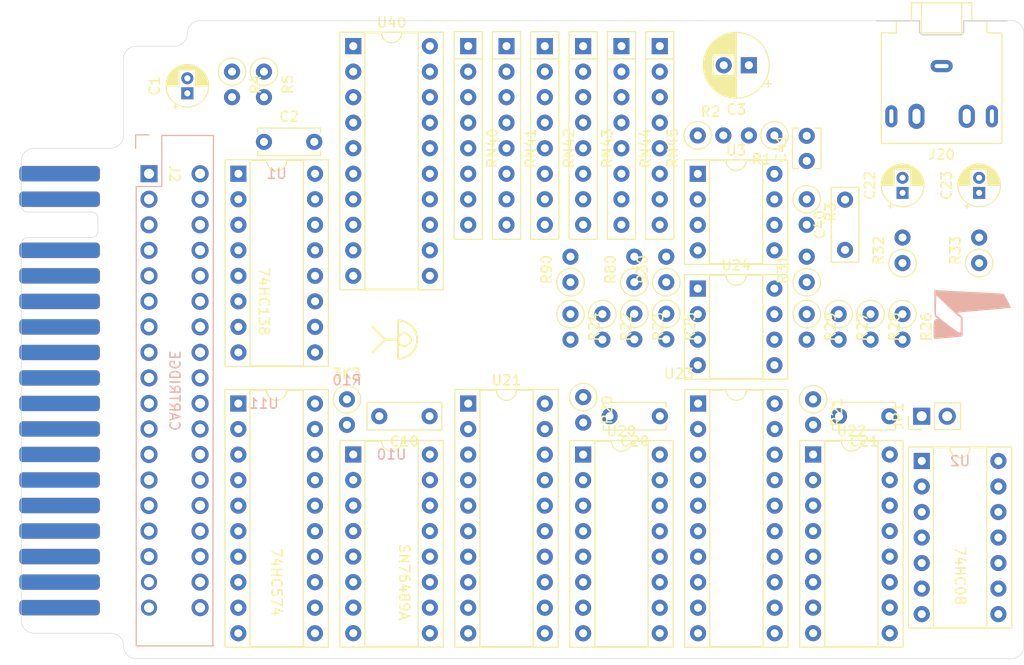
<source format=kicad_pcb>
(kicad_pcb (version 20240108) (generator "pcbnew") (generator_version "8.0")
  (layers (0 "F.Cu" signal) (31 "B.Cu" signal) (34 "B.Paste" user) (35 "F.Paste" user) (36 "B.SilkS" user "B.Silkscreen") (37 "F.SilkS" user "F.Silkscreen") (38 "B.Mask" user) (39 "F.Mask" user) (44 "Edge.Cuts" user))
  (net 0 "")
  (net 1 "/AUDIO")
  (net 2 "/VCLK")
  (net 3 "GND")
  (net 4 "/D2")
  (net 5 "/D1")
  (net 6 "/D0")
  (net 7 "/A0")
  (net 8 "/A1")
  (net 9 "/A2")
  (net 10 "/A3")
  (net 11 "/A4")
  (net 12 "/A5")
  (net 13 "/A6")
  (net 14 "/A7")
  (net 15 "/A12")
  (net 16 "/~{WE}")
  (net 17 "/~{RST}")
  (net 18 "/D3")
  (net 19 "/D4")
  (net 20 "/D5")
  (net 21 "/D6")
  (net 22 "/D7")
  (net 23 "/~{CS}")
  (net 24 "/A10")
  (net 25 "/~{OE}")
  (net 26 "/A11")
  (net 27 "/A9")
  (net 28 "/A8")
  (net 29 "/A13")
  (net 30 "/A14")
  (net 31 "+5V")
  (net 32 "/~{IOC}")
  (net 33 "/~{NMI}")
  (net 34 "/~{IRQ}")
  (net 35 "/MIX")
  (net 36 "/~{PSG}")
  (net 37 "/M_DC")
  (net 38 "/M_OUT")
  (net 39 "/L_OUT")
  (net 40 "/B4")
  (net 41 "/B3")
  (net 42 "/B2")
  (net 43 "/B1")
  (net 44 "/B7")
  (net 45 "/B0")
  (net 46 "/B6")
  (net 47 "/B5")
  (net 48 "/MX_VG")
  (net 49 "/L_DC")
  (net 50 "/R_OUT")
  (net 51 "/R_DC")
  (net 52 "/LEFT")
  (net 53 "/L_ATT")
  (net 54 "/R_ATT")
  (net 55 "/RIGHT")
  (net 56 "/BP_AC")
  (net 57 "/BPCM")
  (net 58 "/X7")
  (net 62 "/ST_5V")
  (net 63 "/BIAS")
  (net 64 "/MRDY")
  (net 65 "/LRDY")
  (net 66 "/RRDY")
  (net 67 "/L_VG")
  (net 68 "/L_MIX")
  (net 69 "/R_VG")
  (net 70 "/R_MIX")
  (net 71 "/X1")
  (net 72 "/X3")
  (net 73 "/P7")
  (net 74 "/X5")
  (net 75 "/P3")
  (net 76 "/P5")
  (net 77 "/P1")
  (net 78 "/P4")
  (net 79 "/X0")
  (net 80 "/P2")
  (net 81 "/X6")
  (net 82 "/X2")
  (net 83 "/X4")
  (net 84 "/P6")
  (net 85 "/P0")
  (net 86 "/~{L_PSG}")
  (net 87 "/A1·4")
  (net 88 "/~{PCM}")
  (net 93 "/~{R_PSG}")
  (net 94 "/~{LOE}")
  (net 95 "/~{MOE}")
  (net 96 "/~{ROE}")
  (net 98 "/BL1")
  (net 99 "/BL3")
  (net 100 "/BL0")
  (net 101 "/BL7")
  (net 103 "/BL5")
  (net 104 "/BL2")
  (net 105 "/BL4")
  (net 106 "/BL6")
  (net 107 "/BR3")
  (net 108 "/BR6")
  (net 110 "/BR4")
  (net 111 "/BR2")
  (net 112 "/BR7")
  (net 113 "/BR0")
  (net 114 "/BR5")
  (net 115 "/BR1")
  (footprint "Resistor_THT:R_Axial_DIN0207_L6.3mm_D2.5mm_P2.54mm_Vertical" (layer "F.Cu") (at 57.785 129.13 -90)
    (property "Reference" "R10" (at -1.905 0 0) (layer "B.SilkS") (effects (justify mirror)))
    (property "Value" "3K3" (at -2.54 0 0) (layer "F.SilkS"))
    (pad "1" thru_hole circle (at 0 0 270) (size 1.6 1.6) (drill 0.8) (layers "*.Cu" "*.Mask") (net 31 "+5V"))
    (pad "2" thru_hole oval (at 2.54 0 270) (size 1.6 1.6) (drill 0.8) (layers "*.Cu" "*.Mask") (net 64 "/MRDY"))
  )
  (footprint "Package_DIP:DIP-16_W7.62mm_Socket" (layer "F.Cu") (at 58.41 134.62)
    (property "Reference" "U10" (at 3.81 0 0) (layer "B.SilkS") (effects (justify mirror)))
    (property "Value" "SN76489A" (at 5.08 12.7 -90) (layer "F.SilkS"))
    (pad "1" thru_hole rect (at 0 0) (size 1.6 1.6) (drill 0.8) (layers "*.Cu" "*.Mask") (net 47 "/B5"))
    (pad "2" thru_hole oval (at 0 2.54) (size 1.6 1.6) (drill 0.8) (layers "*.Cu" "*.Mask") (net 46 "/B6"))
    (pad "3" thru_hole oval (at 0 5.08) (size 1.6 1.6) (drill 0.8) (layers "*.Cu" "*.Mask") (net 44 "/B7"))
    (pad "4" thru_hole oval (at 0 7.62) (size 1.6 1.6) (drill 0.8) (layers "*.Cu" "*.Mask") (net 64 "/MRDY"))
    (pad "5" thru_hole oval (at 0 10.16) (size 1.6 1.6) (drill 0.8) (layers "*.Cu" "*.Mask") (net 3 "GND"))
    (pad "6" thru_hole oval (at 0 12.7) (size 1.6 1.6) (drill 0.8) (layers "*.Cu" "*.Mask") (net 95 "/~{MOE}"))
    (pad "7" thru_hole oval (at 0 15.24) (size 1.6 1.6) (drill 0.8) (layers "*.Cu" "*.Mask") (net 37 "/M_DC"))
    (pad "8" thru_hole oval (at 0 17.78) (size 1.6 1.6) (drill 0.8) (layers "*.Cu" "*.Mask") (net 3 "GND"))
    (pad "9" thru_hole oval (at 7.62 17.78) (size 1.6 1.6) (drill 0.8) (layers "*.Cu" "*.Mask"))
    (pad "10" thru_hole oval (at 7.62 15.24) (size 1.6 1.6) (drill 0.8) (layers "*.Cu" "*.Mask") (net 45 "/B0"))
    (pad "11" thru_hole oval (at 7.62 12.7) (size 1.6 1.6) (drill 0.8) (layers "*.Cu" "*.Mask") (net 43 "/B1"))
    (pad "12" thru_hole oval (at 7.62 10.16) (size 1.6 1.6) (drill 0.8) (layers "*.Cu" "*.Mask") (net 42 "/B2"))
    (pad "13" thru_hole oval (at 7.62 7.62) (size 1.6 1.6) (drill 0.8) (layers "*.Cu" "*.Mask") (net 41 "/B3"))
    (pad "14" thru_hole oval (at 7.62 5.08) (size 1.6 1.6) (drill 0.8) (layers "*.Cu" "*.Mask") (net 2 "/VCLK"))
    (pad "15" thru_hole oval (at 7.62 2.54) (size 1.6 1.6) (drill 0.8) (layers "*.Cu" "*.Mask") (net 40 "/B4"))
    (pad "16" thru_hole oval (at 7.62 0) (size 1.6 1.6) (drill 0.8) (layers "*.Cu" "*.Mask") (net 31 "+5V"))
  )
  (footprint "Package_DIP:DIP-16_W7.62mm_Socket" (layer "F.Cu") (at 46.99 106.68)
    (property "Reference" "U1" (at 3.81 0 0) (layer "B.SilkS") (effects (justify mirror)))
    (property "Value" "74HC138" (at 2.54 12.7 -90) (layer "F.SilkS"))
    (pad "1" thru_hole rect (at 0 0) (size 1.6 1.6) (drill 0.8) (layers "*.Cu" "*.Mask") (net 9 "/A2"))
    (pad "2" thru_hole oval (at 0 2.54) (size 1.6 1.6) (drill 0.8) (layers "*.Cu" "*.Mask") (net 10 "/A3"))
    (pad "3" thru_hole oval (at 0 5.08) (size 1.6 1.6) (drill 0.8) (layers "*.Cu" "*.Mask") (net 12 "/A5"))
    (pad "4" thru_hole oval (at 0 7.62) (size 1.6 1.6) (drill 0.8) (layers "*.Cu" "*.Mask") (net 16 "/~{WE}"))
    (pad "5" thru_hole oval (at 0 10.16) (size 1.6 1.6) (drill 0.8) (layers "*.Cu" "*.Mask") (net 32 "/~{IOC}"))
    (pad "6" thru_hole oval (at 0 12.7) (size 1.6 1.6) (drill 0.8) (layers "*.Cu" "*.Mask") (net 87 "/A1·4"))
    (pad "7" thru_hole oval (at 0 15.24) (size 1.6 1.6) (drill 0.8) (layers "*.Cu" "*.Mask"))
    (pad "8" thru_hole oval (at 0 17.78) (size 1.6 1.6) (drill 0.8) (layers "*.Cu" "*.Mask") (net 3 "GND"))
    (pad "9" thru_hole oval (at 7.62 17.78) (size 1.6 1.6) (drill 0.8) (layers "*.Cu" "*.Mask"))
    (pad "10" thru_hole oval (at 7.62 15.24) (size 1.6 1.6) (drill 0.8) (layers "*.Cu" "*.Mask"))
    (pad "11" thru_hole oval (at 7.62 12.7) (size 1.6 1.6) (drill 0.8) (layers "*.Cu" "*.Mask"))
    (pad "12" thru_hole oval (at 7.62 10.16) (size 1.6 1.6) (drill 0.8) (layers "*.Cu" "*.Mask") (net 88 "/~{PCM}"))
    (pad "13" thru_hole oval (at 7.62 7.62) (size 1.6 1.6) (drill 0.8) (layers "*.Cu" "*.Mask") (net 36 "/~{PSG}"))
    (pad "14" thru_hole oval (at 7.62 5.08) (size 1.6 1.6) (drill 0.8) (layers "*.Cu" "*.Mask") (net 93 "/~{R_PSG}"))
    (pad "15" thru_hole oval (at 7.62 2.54) (size 1.6 1.6) (drill 0.8) (layers "*.Cu" "*.Mask") (net 86 "/~{L_PSG}"))
    (pad "16" thru_hole oval (at 7.62 0) (size 1.6 1.6) (drill 0.8) (layers "*.Cu" "*.Mask") (net 31 "+5V"))
  )
  (footprint "Package_DIP:DIP-14_W7.62mm_Socket" (layer "F.Cu") (at 114.945 135.265)
    (property "Reference" "U2" (at 3.81 0 0) (layer "B.SilkS") (effects (justify mirror)))
    (property "Value" "74HC08" (at 3.81 11.43 -90) (layer "F.SilkS"))
    (pad "1" thru_hole rect (at 0 0) (size 1.6 1.6) (drill 0.8) (layers "*.Cu" "*.Mask") (net 11 "/A4"))
    (pad "2" thru_hole oval (at 0 2.54) (size 1.6 1.6) (drill 0.8) (layers "*.Cu" "*.Mask") (net 8 "/A1"))
    (pad "3" thru_hole oval (at 0 5.08) (size 1.6 1.6) (drill 0.8) (layers "*.Cu" "*.Mask") (net 87 "/A1·4"))
    (pad "4" thru_hole oval (at 0 7.62) (size 1.6 1.6) (drill 0.8) (layers "*.Cu" "*.Mask") (net 36 "/~{PSG}"))
    (pad "5" thru_hole oval (at 0 10.16) (size 1.6 1.6) (drill 0.8) (layers "*.Cu" "*.Mask") (net 64 "/MRDY"))
    (pad "6" thru_hole oval (at 0 12.7) (size 1.6 1.6) (drill 0.8) (layers "*.Cu" "*.Mask") (net 95 "/~{MOE}"))
    (pad "7" thru_hole oval (at 0 15.24) (size 1.6 1.6) (drill 0.8) (layers "*.Cu" "*.Mask") (net 3 "GND"))
    (pad "8" thru_hole oval (at 7.62 15.24) (size 1.6 1.6) (drill 0.8) (layers "*.Cu" "*.Mask") (net 96 "/~{ROE}"))
    (pad "9" thru_hole oval (at 7.62 12.7) (size 1.6 1.6) (drill 0.8) (layers "*.Cu" "*.Mask") (net 93 "/~{R_PSG}"))
    (pad "10" thru_hole oval (at 7.62 10.16) (size 1.6 1.6) (drill 0.8) (layers "*.Cu" "*.Mask") (net 66 "/RRDY"))
    (pad "11" thru_hole oval (at 7.62 7.62) (size 1.6 1.6) (drill 0.8) (layers "*.Cu" "*.Mask") (net 94 "/~{LOE}"))
    (pad "12" thru_hole oval (at 7.62 5.08) (size 1.6 1.6) (drill 0.8) (layers "*.Cu" "*.Mask") (net 65 "/LRDY"))
    (pad "13" thru_hole oval (at 7.62 2.54) (size 1.6 1.6) (drill 0.8) (layers "*.Cu" "*.Mask") (net 86 "/~{L_PSG}"))
    (pad "14" thru_hole oval (at 7.62 0) (size 1.6 1.6) (drill 0.8) (layers "*.Cu" "*.Mask") (net 31 "+5V"))
  )
  (footprint "Package_DIP:DIP-20_W7.62mm_Socket" (layer "F.Cu") (at 46.98 129.55)
    (property "Reference" "U11" (at 2.54 0 0) (layer "B.SilkS") (effects (justify mirror)))
    (property "Value" "74HC574" (at 3.81 17.78 -90) (layer "F.SilkS"))
    (pad "1" thru_hole rect (at 0 0) (size 1.6 1.6) (drill 0.8) (layers "*.Cu" "*.Mask") (net 3 "GND"))
    (pad "2" thru_hole oval (at 0 2.54) (size 1.6 1.6) (drill 0.8) (layers "*.Cu" "*.Mask") (net 22 "/D7"))
    (pad "3" thru_hole oval (at 0 5.08) (size 1.6 1.6) (drill 0.8) (layers "*.Cu" "*.Mask") (net 21 "/D6"))
    (pad "4" thru_hole oval (at 0 7.62) (size 1.6 1.6) (drill 0.8) (layers "*.Cu" "*.Mask") (net 20 "/D5"))
    (pad "5" thru_hole oval (at 0 10.16) (size 1.6 1.6) (drill 0.8) (layers "*.Cu" "*.Mask") (net 19 "/D4"))
    (pad "6" thru_hole oval (at 0 12.7) (size 1.6 1.6) (drill 0.8) (layers "*.Cu" "*.Mask") (net 18 "/D3"))
    (pad "7" thru_hole oval (at 0 15.24) (size 1.6 1.6) (drill 0.8) (layers "*.Cu" "*.Mask") (net 4 "/D2"))
    (pad "8" thru_hole oval (at 0 17.78) (size 1.6 1.6) (drill 0.8) (layers "*.Cu" "*.Mask") (net 5 "/D1"))
    (pad "9" thru_hole oval (at 0 20.32) (size 1.6 1.6) (drill 0.8) (layers "*.Cu" "*.Mask") (net 6 "/D0"))
    (pad "10" thru_hole oval (at 0 22.86) (size 1.6 1.6) (drill 0.8) (layers "*.Cu" "*.Mask") (net 3 "GND"))
    (pad "11" thru_hole oval (at 7.62 22.86) (size 1.6 1.6) (drill 0.8) (layers "*.Cu" "*.Mask") (net 36 "/~{PSG}"))
    (pad "12" thru_hole oval (at 7.62 20.32) (size 1.6 1.6) (drill 0.8) (layers "*.Cu" "*.Mask") (net 45 "/B0"))
    (pad "13" thru_hole oval (at 7.62 17.78) (size 1.6 1.6) (drill 0.8) (layers "*.Cu" "*.Mask") (net 43 "/B1"))
    (pad "14" thru_hole oval (at 7.62 15.24) (size 1.6 1.6) (drill 0.8) (layers "*.Cu" "*.Mask") (net 42 "/B2"))
    (pad "15" thru_hole oval (at 7.62 12.7) (size 1.6 1.6) (drill 0.8) (layers "*.Cu" "*.Mask") (net 41 "/B3"))
    (pad "16" thru_hole oval (at 7.62 10.16) (size 1.6 1.6) (drill 0.8) (layers "*.Cu" "*.Mask") (net 40 "/B4"))
    (pad "17" thru_hole oval (at 7.62 7.62) (size 1.6 1.6) (drill 0.8) (layers "*.Cu" "*.Mask") (net 47 "/B5"))
    (pad "18" thru_hole oval (at 7.62 5.08) (size 1.6 1.6) (drill 0.8) (layers "*.Cu" "*.Mask") (net 46 "/B6"))
    (pad "19" thru_hole oval (at 7.62 2.54) (size 1.6 1.6) (drill 0.8) (layers "*.Cu" "*.Mask") (net 44 "/B7"))
    (pad "20" thru_hole oval (at 7.62 0) (size 1.6 1.6) (drill 0.8) (layers "*.Cu" "*.Mask") (net 31 "+5V"))
  )
  (footprint "Resistor_THT:R_Axial_DIN0207_L6.3mm_D2.5mm_P2.54mm_Vertical" (layer "F.Cu") (at 100.29 102.87 180)
    (property "Reference" "R1" (at 1.27 -2.37 0) (layer "F.SilkS"))
    (property "Value" "6K8")
    (pad "1" thru_hole circle (at 0 0 180) (size 1.6 1.6) (drill 0.8) (layers "*.Cu" "*.Mask") (net 31 "+5V"))
    (pad "2" thru_hole oval (at 2.54 0 180) (size 1.6 1.6) (drill 0.8) (layers "*.Cu" "*.Mask") (net 63 "/BIAS"))
  )
  (footprint "Resistor_THT:R_Axial_DIN0207_L6.3mm_D2.5mm_P2.54mm_Vertical" (layer "F.Cu") (at 103.505 109.22 -90)
    (property "Reference" "R3" (at 1.27 -2.37 90) (layer "F.SilkS"))
    (property "Value" "100K")
    (pad "1" thru_hole circle (at 0 0 270) (size 1.6 1.6) (drill 0.8) (layers "*.Cu" "*.Mask") (net 35 "/MIX"))
    (pad "2" thru_hole oval (at 2.54 0 270) (size 1.6 1.6) (drill 0.8) (layers "*.Cu" "*.Mask") (net 48 "/MX_VG"))
  )
  (footprint "Package_DIP:DIP-20_W7.62mm_Socket" (layer "F.Cu") (at 69.84 129.55)
    (property "Reference" "U21" (at 3.81 -2.33 0) (layer "F.SilkS"))
    (property "Value" "74HC574")
    (pad "1" thru_hole rect (at 0 0) (size 1.6 1.6) (drill 0.8) (layers "*.Cu" "*.Mask") (net 3 "GND"))
    (pad "2" thru_hole oval (at 0 2.54) (size 1.6 1.6) (drill 0.8) (layers "*.Cu" "*.Mask") (net 22 "/D7"))
    (pad "3" thru_hole oval (at 0 5.08) (size 1.6 1.6) (drill 0.8) (layers "*.Cu" "*.Mask") (net 21 "/D6"))
    (pad "4" thru_hole oval (at 0 7.62) (size 1.6 1.6) (drill 0.8) (layers "*.Cu" "*.Mask") (net 20 "/D5"))
    (pad "5" thru_hole oval (at 0 10.16) (size 1.6 1.6) (drill 0.8) (layers "*.Cu" "*.Mask") (net 19 "/D4"))
    (pad "6" thru_hole oval (at 0 12.7) (size 1.6 1.6) (drill 0.8) (layers "*.Cu" "*.Mask") (net 18 "/D3"))
    (pad "7" thru_hole oval (at 0 15.24) (size 1.6 1.6) (drill 0.8) (layers "*.Cu" "*.Mask") (net 4 "/D2"))
    (pad "8" thru_hole oval (at 0 17.78) (size 1.6 1.6) (drill 0.8) (layers "*.Cu" "*.Mask") (net 5 "/D1"))
    (pad "9" thru_hole oval (at 0 20.32) (size 1.6 1.6) (drill 0.8) (layers "*.Cu" "*.Mask") (net 6 "/D0"))
    (pad "10" thru_hole oval (at 0 22.86) (size 1.6 1.6) (drill 0.8) (layers "*.Cu" "*.Mask") (net 3 "GND"))
    (pad "11" thru_hole oval (at 7.62 22.86) (size 1.6 1.6) (drill 0.8) (layers "*.Cu" "*.Mask") (net 86 "/~{L_PSG}"))
    (pad "12" thru_hole oval (at 7.62 20.32) (size 1.6 1.6) (drill 0.8) (layers "*.Cu" "*.Mask") (net 100 "/BL0"))
    (pad "13" thru_hole oval (at 7.62 17.78) (size 1.6 1.6) (drill 0.8) (layers "*.Cu" "*.Mask") (net 98 "/BL1"))
    (pad "14" thru_hole oval (at 7.62 15.24) (size 1.6 1.6) (drill 0.8) (layers "*.Cu" "*.Mask") (net 104 "/BL2"))
    (pad "15" thru_hole oval (at 7.62 12.7) (size 1.6 1.6) (drill 0.8) (layers "*.Cu" "*.Mask") (net 99 "/BL3"))
    (pad "16" thru_hole oval (at 7.62 10.16) (size 1.6 1.6) (drill 0.8) (layers "*.Cu" "*.Mask") (net 105 "/BL4"))
    (pad "17" thru_hole oval (at 7.62 7.62) (size 1.6 1.6) (drill 0.8) (layers "*.Cu" "*.Mask") (net 103 "/BL5"))
    (pad "18" thru_hole oval (at 7.62 5.08) (size 1.6 1.6) (drill 0.8) (layers "*.Cu" "*.Mask") (net 106 "/BL6"))
    (pad "19" thru_hole oval (at 7.62 2.54) (size 1.6 1.6) (drill 0.8) (layers "*.Cu" "*.Mask") (net 101 "/BL7"))
    (pad "20" thru_hole oval (at 7.62 0) (size 1.6 1.6) (drill 0.8) (layers "*.Cu" "*.Mask") (net 62 "/ST_5V"))
  )
  (footprint "Resistor_THT:R_Array_SIP8" (layer "F.Cu") (at 73.65 93.98 -90)
    (property "Reference" "RN41" (at 10.16 -2.4 90) (layer "F.SilkS"))
    (property "Value" "3K3")
    (pad "1" thru_hole rect (at 0 0 270) (size 1.6 1.6) (drill 0.8) (layers "*.Cu" "*.Mask") (net 84 "/P6"))
    (pad "2" thru_hole oval (at 2.54 0 270) (size 1.6 1.6) (drill 0.8) (layers "*.Cu" "*.Mask") (net 81 "/X6"))
    (pad "3" thru_hole oval (at 5.08 0 270) (size 1.6 1.6) (drill 0.8) (layers "*.Cu" "*.Mask") (net 78 "/P4"))
    (pad "4" thru_hole oval (at 7.62 0 270) (size 1.6 1.6) (drill 0.8) (layers "*.Cu" "*.Mask") (net 83 "/X4"))
    (pad "5" thru_hole oval (at 10.16 0 270) (size 1.6 1.6) (drill 0.8) (layers "*.Cu" "*.Mask") (net 80 "/P2"))
    (pad "6" thru_hole oval (at 12.7 0 270) (size 1.6 1.6) (drill 0.8) (layers "*.Cu" "*.Mask") (net 82 "/X2"))
    (pad "7" thru_hole oval (at 15.24 0 270) (size 1.6 1.6) (drill 0.8) (layers "*.Cu" "*.Mask") (net 85 "/P0"))
    (pad "8" thru_hole oval (at 17.78 0 270) (size 1.6 1.6) (drill 0.8) (layers "*.Cu" "*.Mask") (net 79 "/X0"))
  )
  (footprint "Capacitor_THT:CP_Radial_D4.0mm_P1.50mm" (layer "F.Cu") (at 113.03 108.585 90)
    (property "Reference" "C22" (at 0.75 -3.25 90) (layer "F.SilkS"))
    (property "Value" "100µ")
    (pad "1" thru_hole rect (at 0 0 90) (size 1.2 1.2) (drill 0.6) (layers "*.Cu" "*.Mask") (net 53 "/L_ATT"))
    (pad "2" thru_hole circle (at 1.5 0 90) (size 1.2 1.2) (drill 0.6) (layers "*.Cu" "*.Mask") (net 52 "/LEFT"))
  )
  (footprint "Resistor_THT:R_Axial_DIN0207_L6.3mm_D2.5mm_P2.54mm_Vertical" (layer "F.Cu") (at 80.01 120.65 -90)
    (property "Reference" "R24" (at 1.27 -2.37 90) (layer "F.SilkS"))
    (property "Value" "100K")
    (pad "1" thru_hole circle (at 0 0 270) (size 1.6 1.6) (drill 0.8) (layers "*.Cu" "*.Mask") (net 38 "/M_OUT"))
    (pad "2" thru_hole oval (at 2.54 0 270) (size 1.6 1.6) (drill 0.8) (layers "*.Cu" "*.Mask") (net 67 "/L_VG"))
  )
  (footprint "Capacitor_THT:C_Rect_L7.2mm_W2.5mm_P5.00mm_FKS2_FKP2_MKS2_MKP2" (layer "F.Cu") (at 66 130.81 180)
    (property "Reference" "C10" (at 2.5 -2.5 0) (layer "F.SilkS"))
    (property "Value" "100n")
    (pad "1" thru_hole circle (at 0 0 180) (size 1.6 1.6) (drill 0.8) (layers "*.Cu" "*.Mask") (net 38 "/M_OUT"))
    (pad "2" thru_hole circle (at 5 0 180) (size 1.6 1.6) (drill 0.8) (layers "*.Cu" "*.Mask") (net 37 "/M_DC"))
  )
  (footprint "Resistor_THT:R_Axial_DIN0207_L6.3mm_D2.5mm_P2.54mm_Vertical" (layer "F.Cu") (at 103.505 117.475 90)
    (property "Reference" "R31" (at 1.27 -2.37 90) (layer "F.SilkS"))
    (property "Value" "100K")
    (pad "1" thru_hole circle (at 0 0 90) (size 1.6 1.6) (drill 0.8) (layers "*.Cu" "*.Mask") (net 70 "/R_MIX"))
    (pad "2" thru_hole oval (at 2.54 0 90) (size 1.6 1.6) (drill 0.8) (layers "*.Cu" "*.Mask") (net 48 "/MX_VG"))
  )
  (footprint "Resistor_THT:R_Array_SIP8" (layer "F.Cu") (at 88.89 93.98 -90)
    (property "Reference" "RN45" (at 10.15 -1.28 -90) (layer "F.SilkS"))
    (property "Value" "3K3")
    (pad "1" thru_hole rect (at 0 0 270) (size 1.6 1.6) (drill 0.8) (layers "*.Cu" "*.Mask") (net 81 "/X6"))
    (pad "2" thru_hole oval (at 2.54 0 270) (size 1.6 1.6) (drill 0.8) (layers "*.Cu" "*.Mask") (net 74 "/X5"))
    (pad "3" thru_hole oval (at 5.08 0 270) (size 1.6 1.6) (drill 0.8) (layers "*.Cu" "*.Mask") (net 83 "/X4"))
    (pad "4" thru_hole oval (at 7.62 0 270) (size 1.6 1.6) (drill 0.8) (layers "*.Cu" "*.Mask") (net 72 "/X3"))
    (pad "5" thru_hole oval (at 10.16 0 270) (size 1.6 1.6) (drill 0.8) (layers "*.Cu" "*.Mask") (net 82 "/X2"))
    (pad "6" thru_hole oval (at 12.7 0 270) (size 1.6 1.6) (drill 0.8) (layers "*.Cu" "*.Mask") (net 71 "/X1"))
    (pad "7" thru_hole oval (at 15.24 0 270) (size 1.6 1.6) (drill 0.8) (layers "*.Cu" "*.Mask") (net 58 "/X7"))
    (pad "8" thru_hole oval (at 17.78 0 270) (size 1.6 1.6) (drill 0.8) (layers "*.Cu" "*.Mask") (net 3 "GND"))
  )
  (footprint "Package_DIP:DIP-20_W7.62mm_Socket" (layer "F.Cu") (at 92.7 129.55)
    (property "Reference" "U23" (at -1.905 -2.965 0) (layer "F.SilkS"))
    (property "Value" "74HC574")
    (pad "1" thru_hole rect (at 0 0) (size 1.6 1.6) (drill 0.8) (layers "*.Cu" "*.Mask") (net 3 "GND"))
    (pad "2" thru_hole oval (at 0 2.54) (size 1.6 1.6) (drill 0.8) (layers "*.Cu" "*.Mask") (net 22 "/D7"))
    (pad "3" thru_hole oval (at 0 5.08) (size 1.6 1.6) (drill 0.8) (layers "*.Cu" "*.Mask") (net 21 "/D6"))
    (pad "4" thru_hole oval (at 0 7.62) (size 1.6 1.6) (drill 0.8) (layers "*.Cu" "*.Mask") (net 20 "/D5"))
    (pad "5" thru_hole oval (at 0 10.16) (size 1.6 1.6) (drill 0.8) (layers "*.Cu" "*.Mask") (net 19 "/D4"))
    (pad "6" thru_hole oval (at 0 12.7) (size 1.6 1.6) (drill 0.8) (layers "*.Cu" "*.Mask") (net 18 "/D3"))
    (pad "7" thru_hole oval (at 0 15.24) (size 1.6 1.6) (drill 0.8) (layers "*.Cu" "*.Mask") (net 4 "/D2"))
    (pad "8" thru_hole oval (at 0 17.78) (size 1.6 1.6) (drill 0.8) (layers "*.Cu" "*.Mask") (net 5 "/D1"))
    (pad "9" thru_hole oval (at 0 20.32) (size 1.6 1.6) (drill 0.8) (layers "*.Cu" "*.Mask") (net 6 "/D0"))
    (pad "10" thru_hole oval (at 0 22.86) (size 1.6 1.6) (drill 0.8) (layers "*.Cu" "*.Mask") (net 3 "GND"))
    (pad "11" thru_hole oval (at 7.62 22.86) (size 1.6 1.6) (drill 0.8) (layers "*.Cu" "*.Mask") (net 93 "/~{R_PSG}"))
    (pad "12" thru_hole oval (at 7.62 20.32) (size 1.6 1.6) (drill 0.8) (layers "*.Cu" "*.Mask") (net 113 "/BR0"))
    (pad "13" thru_hole oval (at 7.62 17.78) (size 1.6 1.6) (drill 0.8) (layers "*.Cu" "*.Mask") (net 115 "/BR1"))
    (pad "14" thru_hole oval (at 7.62 15.24) (size 1.6 1.6) (drill 0.8) (layers "*.Cu" "*.Mask") (net 111 "/BR2"))
    (pad "15" thru_hole oval (at 7.62 12.7) (size 1.6 1.6) (drill 0.8) (layers "*.Cu" "*.Mask") (net 107 "/BR3"))
    (pad "16" thru_hole oval (at 7.62 10.16) (size 1.6 1.6) (drill 0.8) (layers "*.Cu" "*.Mask") (net 110 "/BR4"))
    (pad "17" thru_hole oval (at 7.62 7.62) (size 1.6 1.6) (drill 0.8) (layers "*.Cu" "*.Mask") (net 114 "/BR5"))
    (pad "18" thru_hole oval (at 7.62 5.08) (size 1.6 1.6) (drill 0.8) (layers "*.Cu" "*.Mask") (net 108 "/BR6"))
    (pad "19" thru_hole oval (at 7.62 2.54) (size 1.6 1.6) (drill 0.8) (layers "*.Cu" "*.Mask") (net 112 "/BR7"))
    (pad "20" thru_hole oval (at 7.62 0) (size 1.6 1.6) (drill 0.8) (layers "*.Cu" "*.Mask") (net 62 "/ST_5V"))
  )
  (footprint "Resistor_THT:R_Axial_DIN0207_L6.3mm_D2.5mm_P2.54mm_Vertical" (layer "F.Cu") (at 86.36 120.621 -90)
    (property "Reference" "R23" (at 1.27 -2.37 90) (layer "F.SilkS"))
    (property "Value" "220K")
    (pad "1" thru_hole circle (at 0 0 270) (size 1.6 1.6) (drill 0.8) (layers "*.Cu" "*.Mask") (net 56 "/BP_AC"))
    (pad "2" thru_hole oval (at 2.54 0 270) (size 1.6 1.6) (drill 0.8) (layers "*.Cu" "*.Mask") (net 67 "/L_VG"))
  )
  (footprint "Package_DIP:DIP-8_W7.62mm_Socket" (layer "F.Cu") (at 92.67 118.11)
    (property "Reference" "U24" (at 3.81 -2.33 0) (layer "F.SilkS"))
    (property "Value" "LM358")
    (pad "1" thru_hole rect (at 0 0) (size 1.6 1.6) (drill 0.8) (layers "*.Cu" "*.Mask") (net 68 "/L_MIX"))
    (pad "2" thru_hole oval (at 0 2.54) (size 1.6 1.6) (drill 0.8) (layers "*.Cu" "*.Mask") (net 67 "/L_VG"))
    (pad "3" thru_hole oval (at 0 5.08) (size 1.6 1.6) (drill 0.8) (layers "*.Cu" "*.Mask") (net 63 "/BIAS"))
    (pad "4" thru_hole oval (at 0 7.62) (size 1.6 1.6) (drill 0.8) (layers "*.Cu" "*.Mask") (net 3 "GND"))
    (pad "5" thru_hole oval (at 7.62 7.62) (size 1.6 1.6) (drill 0.8) (layers "*.Cu" "*.Mask") (net 63 "/BIAS"))
    (pad "6" thru_hole oval (at 7.62 5.08) (size 1.6 1.6) (drill 0.8) (layers "*.Cu" "*.Mask") (net 69 "/R_VG"))
    (pad "7" thru_hole oval (at 7.62 2.54) (size 1.6 1.6) (drill 0.8) (layers "*.Cu" "*.Mask") (net 70 "/R_MIX"))
    (pad "8" thru_hole oval (at 7.62 0) (size 1.6 1.6) (drill 0.8) (layers "*.Cu" "*.Mask") (net 31 "+5V"))
  )
  (footprint "Connector_Audio:Jack_3.5mm_CUI_SJ1-3525N_Horizontal" (layer "F.Cu") (at 116.92 95.965 180)
    (property "Reference" "J20" (at 0 -8.8 0) (layer "F.SilkS"))
    (property "Value" "PHONES")
    (fp_line (start 2.2 4.5) (end 6.5 4.5) (stroke (width 0.12)) (layer "Edge.Cuts"))
    (fp_line (start 2.2 3.5) (end 2.2 4.5) (stroke (width 0.12)) (layer "Edge.Cuts"))
    (fp_line (start 1.8 3.1) (end -1.8 3.1) (stroke (width 0.12)) (layer "Edge.Cuts"))
    (fp_line (start -2.2 4.5) (end -6.5 4.5) (stroke (width 0.12)) (layer "Edge.Cuts"))
    (fp_line (start -2.2 3.5) (end -2.2 4.5) (stroke (width 0.12)) (layer "Edge.Cuts"))
    (fp_arc (start 1.8 3.1) (mid 2.082843 3.217157) (end 2.2 3.5) (stroke (width 0.12)) (layer "Edge.Cuts"))
    (fp_arc (start -2.2 3.5) (mid -2.082842 3.217158) (end -1.8 3.1) (stroke (width 0.12)) (layer "Edge.Cuts"))
    (pad "" np_thru_hole circle (at -5 0 180) (size 1.2 1.2) (drill 1.2) (layers "F&B.Cu" "*.Mask"))
    (pad "" np_thru_hole circle (at -5 2.5 180) (size 1.2 1.2) (drill 1.2) (layers "F&B.Cu" "*.Mask"))
    (pad "" np_thru_hole circle (at 0 -5 180) (size 1.2 1.2) (drill 1.2) (layers "F&B.Cu" "*.Mask"))
    (pad "" np_thru_hole circle (at 5 0 180) (size 1.2 1.2) (drill 1.2) (layers "F&B.Cu" "*.Mask"))
    (pad "" np_thru_hole circle (at 5 2.5 180) (size 1.2 1.2) (drill 1.2) (layers "F&B.Cu" "*.Mask"))
    (pad "R" thru_hole oval (at -5 -5 180) (size 1.2 2.2) (drill oval 0.4 1.4) (layers "*.Cu" "*.Mask") (net 55 "/RIGHT"))
    (pad "RN" thru_hole oval (at -2.5 -5 180) (size 1.6 2.3) (drill oval 0.8 1.5) (layers "*.Cu" "*.Mask") (net 55 "/RIGHT"))
    (pad "S" thru_hole oval (at 0 0 180) (size 2.2 1.2) (drill oval 1.4 0.4) (layers "*.Cu" "*.Mask") (net 3 "GND"))
    (pad "T" thru_hole oval (at 5 -5) (size 1.2 2.2) (drill oval 0.4 1.4) (layers "*.Cu" "*.Mask") (net 52 "/LEFT"))
    (pad "TN" thru_hole oval (at 2.5 -5) (size 1.6 2.5) (drill oval 0.8 1.5) (layers "*.Cu" "*.Mask") (net 52 "/LEFT"))
  )
  (footprint "Resistor_THT:R_Axial_DIN0207_L6.3mm_D2.5mm_P2.54mm_Vertical" (layer "F.Cu") (at 120.65 115.57 90)
    (property "Reference" "R33" (at 1.27 -2.37 90) (layer "F.SilkS"))
    (property "Value" "68")
    (pad "1" thru_hole circle (at 0 0 90) (size 1.6 1.6) (drill 0.8) (layers "*.Cu" "*.Mask") (net 70 "/R_MIX"))
    (pad "2" thru_hole oval (at 2.54 0 90) (size 1.6 1.6) (drill 0.8) (layers "*.Cu" "*.Mask") (net 54 "/R_ATT"))
  )
  (footprint "Resistor_THT:R_Array_SIP8" (layer "F.Cu") (at 81.27 93.98 -90)
    (property "Reference" "RN43" (at 10.16 -2.4 90) (layer "F.SilkS"))
    (property "Value" "3K3")
    (pad "1" thru_hole rect (at 0 0 270) (size 1.6 1.6) (drill 0.8) (layers "*.Cu" "*.Mask") (net 58 "/X7"))
    (pad "2" thru_hole oval (at 2.54 0 270) (size 1.6 1.6) (drill 0.8) (layers "*.Cu" "*.Mask") (net 81 "/X6"))
    (pad "3" thru_hole oval (at 5.08 0 270) (size 1.6 1.6) (drill 0.8) (layers "*.Cu" "*.Mask") (net 74 "/X5"))
    (pad "4" thru_hole oval (at 7.62 0 270) (size 1.6 1.6) (drill 0.8) (layers "*.Cu" "*.Mask") (net 83 "/X4"))
    (pad "5" thru_hole oval (at 10.16 0 270) (size 1.6 1.6) (drill 0.8) (layers "*.Cu" "*.Mask") (net 72 "/X3"))
    (pad "6" thru_hole oval (at 12.7 0 270) (size 1.6 1.6) (drill 0.8) (layers "*.Cu" "*.Mask") (net 82 "/X2"))
    (pad "7" thru_hole oval (at 15.24 0 270) (size 1.6 1.6) (drill 0.8) (layers "*.Cu" "*.Mask") (net 71 "/X1"))
    (pad "8" thru_hole oval (at 17.78 0 270) (size 1.6 1.6) (drill 0.8) (layers "*.Cu" "*.Mask") (net 79 "/X0"))
  )
  (footprint "Resistor_THT:R_Axial_DIN0207_L6.3mm_D2.5mm_P2.54mm_Vertical" (layer "F.Cu") (at 49.53 96.52 -90)
    (property "Reference" "R5" (at 1.27 -2.37 90) (layer "F.SilkS"))
    (property "Value" "3K3")
    (pad "1" thru_hole circle (at 0 0 270) (size 1.6 1.6) (drill 0.8) (layers "*.Cu" "*.Mask") (net 31 "+5V"))
    (pad "2" thru_hole oval (at 2.54 0 270) (size 1.6 1.6) (drill 0.8) (layers "*.Cu" "*.Mask") (net 1 "/AUDIO"))
  )
  (footprint "Resistor_THT:R_Array_SIP8" (layer "F.Cu") (at 69.84 93.98 -90)
    (property "Reference" "RN40" (at 10.16 -2.4 90) (layer "F.SilkS"))
    (property "Value" "3K3")
    (pad "1" thru_hole rect (at 0 0 270) (size 1.6 1.6) (drill 0.8) (layers "*.Cu" "*.Mask") (net 73 "/P7"))
    (pad "2" thru_hole oval (at 2.54 0 270) (size 1.6 1.6) (drill 0.8) (layers "*.Cu" "*.Mask") (net 58 "/X7"))
    (pad "3" thru_hole oval (at 5.08 0 270) (size 1.6 1.6) (drill 0.8) (layers "*.Cu" "*.Mask") (net 76 "/P5"))
    (pad "4" thru_hole oval (at 7.62 0 270) (size 1.6 1.6) (drill 0.8) (layers "*.Cu" "*.Mask") (net 74 "/X5"))
    (pad "5" thru_hole oval (at 10.16 0 270) (size 1.6 1.6) (drill 0.8) (layers "*.Cu" "*.Mask") (net 75 "/P3"))
    (pad "6" thru_hole oval (at 12.7 0 270) (size 1.6 1.6) (drill 0.8) (layers "*.Cu" "*.Mask") (net 72 "/X3"))
    (pad "7" thru_hole oval (at 15.24 0 270) (size 1.6 1.6) (drill 0.8) (layers "*.Cu" "*.Mask") (net 77 "/P1"))
    (pad "8" thru_hole oval (at 17.78 0 270) (size 1.6 1.6) (drill 0.8) (layers "*.Cu" "*.Mask") (net 71 "/X1"))
  )
  (footprint "Package_DIP:DIP-16_W7.62mm_Socket" (layer "F.Cu") (at 104.14 134.62)
    (property "Reference" "U22" (at 3.81 -2.33 0) (layer "F.SilkS"))
    (property "Value" "SN76489A")
    (pad "1" thru_hole rect (at 0 0) (size 1.6 1.6) (drill 0.8) (layers "*.Cu" "*.Mask") (net 114 "/BR5"))
    (pad "2" thru_hole oval (at 0 2.54) (size 1.6 1.6) (drill 0.8) (layers "*.Cu" "*.Mask") (net 108 "/BR6"))
    (pad "3" thru_hole oval (at 0 5.08) (size 1.6 1.6) (drill 0.8) (layers "*.Cu" "*.Mask") (net 112 "/BR7"))
    (pad "4" thru_hole oval (at 0 7.62) (size 1.6 1.6) (drill 0.8) (layers "*.Cu" "*.Mask") (net 66 "/RRDY"))
    (pad "5" thru_hole oval (at 0 10.16) (size 1.6 1.6) (drill 0.8) (layers "*.Cu" "*.Mask") (net 3 "GND"))
    (pad "6" thru_hole oval (at 0 12.7) (size 1.6 1.6) (drill 0.8) (layers "*.Cu" "*.Mask") (net 96 "/~{ROE}"))
    (pad "7" thru_hole oval (at 0 15.24) (size 1.6 1.6) (drill 0.8) (layers "*.Cu" "*.Mask") (net 51 "/R_DC"))
    (pad "8" thru_hole oval (at 0 17.78) (size 1.6 1.6) (drill 0.8) (layers "*.Cu" "*.Mask") (net 3 "GND"))
    (pad "9" thru_hole oval (at 7.62 17.78) (size 1.6 1.6) (drill 0.8) (layers "*.Cu" "*.Mask"))
    (pad "10" thru_hole oval (at 7.62 15.24) (size 1.6 1.6) (drill 0.8) (layers "*.Cu" "*.Mask") (net 113 "/BR0"))
    (pad "11" thru_hole oval (at 7.62 12.7) (size 1.6 1.6) (drill 0.8) (layers "*.Cu" "*.Mask") (net 115 "/BR1"))
    (pad "12" thru_hole oval (at 7.62 10.16) (size 1.6 1.6) (drill 0.8) (layers "*.Cu" "*.Mask") (net 111 "/BR2"))
    (pad "13" thru_hole oval (at 7.62 7.62) (size 1.6 1.6) (drill 0.8) (layers "*.Cu" "*.Mask") (net 107 "/BR3"))
    (pad "14" thru_hole oval (at 7.62 5.08) (size 1.6 1.6) (drill 0.8) (layers "*.Cu" "*.Mask") (net 2 "/VCLK"))
    (pad "15" thru_hole oval (at 7.62 2.54) (size 1.6 1.6) (drill 0.8) (layers "*.Cu" "*.Mask") (net 110 "/BR4"))
    (pad "16" thru_hole oval (at 7.62 0) (size 1.6 1.6) (drill 0.8) (layers "*.Cu" "*.Mask") (net 62 "/ST_5V"))
  )
  (footprint "Capacitor_THT:C_Disc_D6.0mm_W2.5mm_P5.00mm" (layer "F.Cu") (at 111.72 130.81 180)
    (property "Reference" "C21" (at 2.5 -2.5 0) (layer "F.SilkS"))
    (property "Value" "22n")
    (pad "1" thru_hole circle (at 0 0 180) (size 1.6 1.6) (drill 0.8) (layers "*.Cu" "*.Mask") (net 50 "/R_OUT"))
    (pad "2" thru_hole circle (at 5 0 180) (size 1.6 1.6) (drill 0.8) (layers "*.Cu" "*.Mask") (net 51 "/R_DC"))
  )
  (footprint "Resistor_THT:R_Axial_DIN0207_L6.3mm_D2.5mm_P2.54mm_Vertical" (layer "F.Cu") (at 92.67 102.87)
    (property "Reference" "R2" (at 1.27 -2.37 0) (layer "F.SilkS"))
    (property "Value" "3K3")
    (pad "1" thru_hole circle (at 0 0) (size 1.6 1.6) (drill 0.8) (layers "*.Cu" "*.Mask") (net 3 "GND"))
    (pad "2" thru_hole oval (at 2.54 0) (size 1.6 1.6) (drill 0.8) (layers "*.Cu" "*.Mask") (net 63 "/BIAS"))
  )
  (footprint "Capacitor_THT:C_Rect_L7.2mm_W2.5mm_P5.00mm_FKS2_FKP2_MKS2_MKP2" (layer "F.Cu") (at 107.315 114.26 90)
    (property "Reference" "C40" (at 2.5 -2.5 90) (layer "F.SilkS"))
    (property "Value" "100n")
    (pad "1" thru_hole circle (at 0 0 90) (size 1.6 1.6) (drill 0.8) (layers "*.Cu" "*.Mask") (net 56 "/BP_AC"))
    (pad "2" thru_hole circle (at 5 0 90) (size 1.6 1.6) (drill 0.8) (layers "*.Cu" "*.Mask") (net 57 "/BPCM"))
  )
  (footprint "Capacitor_THT:CP_Radial_D4.0mm_P1.50mm" (layer "F.Cu") (at 120.65 108.585 90)
    (property "Reference" "C23" (at 0.75 -3.25 90) (layer "F.SilkS"))
    (property "Value" "100µ")
    (pad "1" thru_hole rect (at 0 0 90) (size 1.2 1.2) (drill 0.6) (layers "*.Cu" "*.Mask") (net 54 "/R_ATT"))
    (pad "2" thru_hole circle (at 1.5 0 90) (size 1.2 1.2) (drill 0.6) (layers "*.Cu" "*.Mask") (net 55 "/RIGHT"))
  )
  (footprint "Resistor_THT:R_Axial_DIN0207_L6.3mm_D2.5mm_P2.54mm_Vertical" (layer "F.Cu") (at 113.03 115.57 90)
    (property "Reference" "R32" (at 1.27 -2.37 90) (layer "F.SilkS"))
    (property "Value" "68")
    (pad "1" thru_hole circle (at 0 0 90) (size 1.6 1.6) (drill 0.8) (layers "*.Cu" "*.Mask") (net 68 "/L_MIX"))
    (pad "2" thru_hole oval (at 2.54 0 90) (size 1.6 1.6) (drill 0.8) (layers "*.Cu" "*.Mask") (net 53 "/L_ATT"))
  )
  (footprint "Resistor_THT:R_Axial_DIN0207_L6.3mm_D2.5mm_P2.54mm_Vertical" (layer "F.Cu") (at 106.68 120.65 -90)
    (property "Reference" "R27" (at 1.27 -2.37 90) (layer "F.SilkS"))
    (property "Value" "220K")
    (pad "1" thru_hole circle (at 0 0 270) (size 1.6 1.6) (drill 0.8) (layers "*.Cu" "*.Mask") (net 56 "/BP_AC"))
    (pad "2" thru_hole oval (at 2.54 0 270) (size 1.6 1.6) (drill 0.8) (layers "*.Cu" "*.Mask") (net 69 "/R_VG"))
  )
  (footprint "Resistor_THT:R_Axial_DIN0207_L6.3mm_D2.5mm_P2.54mm_Vertical" (layer "F.Cu") (at 109.855 120.65 -90)
    (property "Reference" "R28" (at 1.27 -2.37 90) (layer "F.SilkS"))
    (property "Value" "100K")
    (pad "1" thru_hole circle (at 0 0 270) (size 1.6 1.6) (drill 0.8) (layers "*.Cu" "*.Mask") (net 50 "/R_OUT"))
    (pad "2" thru_hole oval (at 2.54 0 270) (size 1.6 1.6) (drill 0.8) (layers "*.Cu" "*.Mask") (net 69 "/R_VG"))
  )
  (footprint "Package_DIP:DIP-16_W7.62mm_Socket" (layer "F.Cu") (at 81.27 134.63)
    (property "Reference" "U20" (at 3.81 -2.33 0) (layer "F.SilkS"))
    (property "Value" "SN76489A")
    (pad "1" thru_hole rect (at 0 0) (size 1.6 1.6) (drill 0.8) (layers "*.Cu" "*.Mask") (net 103 "/BL5"))
    (pad "2" thru_hole oval (at 0 2.54) (size 1.6 1.6) (drill 0.8) (layers "*.Cu" "*.Mask") (net 106 "/BL6"))
    (pad "3" thru_hole oval (at 0 5.08) (size 1.6 1.6) (drill 0.8) (layers "*.Cu" "*.Mask") (net 101 "/BL7"))
    (pad "4" thru_hole oval (at 0 7.62) (size 1.6 1.6) (drill 0.8) (layers "*.Cu" "*.Mask") (net 65 "/LRDY"))
    (pad "5" thru_hole oval (at 0 10.16) (size 1.6 1.6) (drill 0.8) (layers "*.Cu" "*.Mask") (net 3 "GND"))
    (pad "6" thru_hole oval (at 0 12.7) (size 1.6 1.6) (drill 0.8) (layers "*.Cu" "*.Mask") (net 94 "/~{LOE}"))
    (pad "7" thru_hole oval (at 0 15.24) (size 1.6 1.6) (drill 0.8) (layers "*.Cu" "*.Mask") (net 49 "/L_DC"))
    (pad "8" thru_hole oval (at 0 17.78) (size 1.6 1.6) (drill 0.8) (layers "*.Cu" "*.Mask") (net 3 "GND"))
    (pad "9" thru_hole oval (at 7.62 17.78) (size 1.6 1.6) (drill 0.8) (layers "*.Cu" "*.Mask"))
    (pad "10" thru_hole oval (at 7.62 15.24) (size 1.6 1.6) (drill 0.8) (layers "*.Cu" "*.Mask") (net 100 "/BL0"))
    (pad "11" thru_hole oval (at 7.62 12.7) (size 1.6 1.6) (drill 0.8) (layers "*.Cu" "*.Mask") (net 98 "/BL1"))
    (pad "12" thru_hole oval (at 7.62 10.16) (size 1.6 1.6) (drill 0.8) (layers "*.Cu" "*.Mask") (net 104 "/BL2"))
    (pad "13" thru_hole oval (at 7.62 7.62) (size 1.6 1.6) (drill 0.8) (layers "*.Cu" "*.Mask") (net 99 "/BL3"))
    (pad "14" thru_hole oval (at 7.62 5.08) (size 1.6 1.6) (drill 0.8) (layers "*.Cu" "*.Mask") (net 2 "/VCLK"))
    (pad "15" thru_hole oval (at 7.62 2.54) (size 1.6 1.6) (drill 0.8) (layers "*.Cu" "*.Mask") (net 105 "/BL4"))
    (pad "16" thru_hole oval (at 7.62 0) (size 1.6 1.6) (drill 0.8) (layers "*.Cu" "*.Mask") (net 62 "/ST_5V"))
  )
  (footprint "Resistor_THT:R_Axial_DIN0207_L6.3mm_D2.5mm_P2.54mm_Vertical" (layer "F.Cu") (at 80.01 117.475 90)
    (property "Reference" "R90" (at 1.27 -2.37 90) (layer "F.SilkS"))
    (property "Value" "33K")
    (pad "1" thru_hole circle (at 0 0 90) (size 1.6 1.6) (drill 0.8) (layers "*.Cu" "*.Mask") (net 38 "/M_OUT"))
    (pad "2" thru_hole oval (at 2.54 0 90) (size 1.6 1.6) (drill 0.8) (layers "*.Cu" "*.Mask") (net 48 "/MX_VG"))
  )
  (footprint "Resistor_THT:R_Array_SIP8" (layer "F.Cu") (at 85.08 93.98 -90)
    (property "Reference" "RN44" (at 10.16 -2.4 90) (layer "F.SilkS"))
    (property "Value" "3K3")
    (pad "1" thru_hole rect (at 0 0 270) (size 1.6 1.6) (drill 0.8) (layers "*.Cu" "*.Mask") (net 81 "/X6"))
    (pad "2" thru_hole oval (at 2.54 0 270) (size 1.6 1.6) (drill 0.8) (layers "*.Cu" "*.Mask") (net 74 "/X5"))
    (pad "3" thru_hole oval (at 5.08 0 270) (size 1.6 1.6) (drill 0.8) (layers "*.Cu" "*.Mask") (net 83 "/X4"))
    (pad "4" thru_hole oval (at 7.62 0 270) (size 1.6 1.6) (drill 0.8) (layers "*.Cu" "*.Mask") (net 72 "/X3"))
    (pad "5" thru_hole oval (at 10.16 0 270) (size 1.6 1.6) (drill 0.8) (layers "*.Cu" "*.Mask") (net 82 "/X2"))
    (pad "6" thru_hole oval (at 12.7 0 270) (size 1.6 1.6) (drill 0.8) (layers "*.Cu" "*.Mask") (net 71 "/X1"))
    (pad "7" thru_hole oval (at 15.24 0 270) (size 1.6 1.6) (drill 0.8) (layers "*.Cu" "*.Mask") (net 79 "/X0"))
    (pad "8" thru_hole oval (at 17.78 0 270) (size 1.6 1.6) (drill 0.8) (layers "*.Cu" "*.Mask") (net 3 "GND"))
  )
  (footprint "Capacitor_THT:C_Disc_D6.0mm_W2.5mm_P5.00mm" (layer "F.Cu") (at 88.9 130.81 180)
    (property "Reference" "C20" (at 2.5 -2.5 0) (layer "F.SilkS"))
    (property "Value" "22n")
    (pad "1" thru_hole circle (at 0 0 180) (size 1.6 1.6) (drill 0.8) (layers "*.Cu" "*.Mask") (net 39 "/L_OUT"))
    (pad "2" thru_hole circle (at 5 0 180) (size 1.6 1.6) (drill 0.8) (layers "*.Cu" "*.Mask") (net 49 "/L_DC"))
  )
  (footprint "Resistor_THT:R_Axial_DIN0207_L6.3mm_D2.5mm_P2.54mm_Vertical" (layer "F.Cu") (at 46.355 96.52 -90)
    (property "Reference" "R4" (at 1.27 -2.37 90) (layer "F.SilkS"))
    (property "Value" "4K7")
    (pad "1" thru_hole circle (at 0 0 270) (size 1.6 1.6) (drill 0.8) (layers "*.Cu" "*.Mask") (net 3 "GND"))
    (pad "2" thru_hole oval (at 2.54 0 270) (size 1.6 1.6) (drill 0.8) (layers "*.Cu" "*.Mask") (net 1 "/AUDIO"))
  )
  (footprint "Package_DIP:DIP-8_W7.62mm_Socket" (layer "F.Cu") (at 92.67 106.69)
    (property "Reference" "U3" (at 3.81 -2.33 0) (layer "F.SilkS"))
    (property "Value" "LM358")
    (pad "1" thru_hole rect (at 0 0) (size 1.6 1.6) (drill 0.8) (layers "*.Cu" "*.Mask") (net 57 "/BPCM"))
    (pad "2" thru_hole oval (at 0 2.54) (size 1.6 1.6) (drill 0.8) (layers "*.Cu" "*.Mask") (net 57 "/BPCM"))
    (pad "3" thru_hole oval (at 0 5.08) (size 1.6 1.6) (drill 0.8) (layers "*.Cu" "*.Mask") (net 58 "/X7"))
    (pad "4" thru_hole oval (at 0 7.62) (size 1.6 1.6) (drill 0.8) (layers "*.Cu" "*.Mask") (net 3 "GND"))
    (pad "5" thru_hole oval (at 7.62 7.62) (size 1.6 1.6) (drill 0.8) (layers "*.Cu" "*.Mask") (net 63 "/BIAS"))
    (pad "6" thru_hole oval (at 7.62 5.08) (size 1.6 1.6) (drill 0.8) (layers "*.Cu" "*.Mask") (net 48 "/MX_VG"))
    (pad "7" thru_hole oval (at 7.62 2.54) (size 1.6 1.6) (drill 0.8) (layers "*.Cu" "*.Mask") (net 35 "/MIX"))
    (pad "8" thru_hole oval (at 7.62 0) (size 1.6 1.6) (drill 0.8) (layers "*.Cu" "*.Mask") (net 31 "+5V"))
  )
  (footprint "Resistor_THT:R_Axial_DIN0207_L6.3mm_D2.5mm_P2.54mm_Vertical" (layer "F.Cu") (at 113.03 120.65 -90)
    (property "Reference" "R26" (at 1.27 -2.37 90) (layer "F.SilkS"))
    (property "Value" "100K")
    (pad "1" thru_hole circle (at 0 0 270) (size 1.6 1.6) (drill 0.8) (layers "*.Cu" "*.Mask") (net 38 "/M_OUT"))
    (pad "2" thru_hole oval (at 2.54 0 270) (size 1.6 1.6) (drill 0.8) (layers "*.Cu" "*.Mask") (net 69 "/R_VG"))
  )
  (footprint "Resistor_THT:R_Axial_DIN0207_L6.3mm_D2.5mm_P2.54mm_Vertical" (layer "F.Cu") (at 86.36 117.475 90)
    (property "Reference" "R80" (at 1.27 -2.37 90) (layer "F.SilkS"))
    (property "Value" "100K")
    (pad "1" thru_hole circle (at 0 0 90) (size 1.6 1.6) (drill 0.8) (layers "*.Cu" "*.Mask") (net 56 "/BP_AC"))
    (pad "2" thru_hole oval (at 2.54 0 90) (size 1.6 1.6) (drill 0.8) (layers "*.Cu" "*.Mask") (net 48 "/MX_VG"))
  )
  (footprint "Resistor_THT:R_Axial_DIN0207_L6.3mm_D2.5mm_P2.54mm_Vertical" (layer "F.Cu") (at 83.185 120.65 -90)
    (property "Reference" "R22" (at 1.27 -2.37 90) (layer "F.SilkS"))
    (property "Value" "100K")
    (pad "1" thru_hole circle (at 0 0 270) (size 1.6 1.6) (drill 0.8) (layers "*.Cu" "*.Mask") (net 39 "/L_OUT"))
    (pad "2" thru_hole oval (at 2.54 0 270) (size 1.6 1.6) (drill 0.8) (layers "*.Cu" "*.Mask") (net 67 "/L_VG"))
  )
  (footprint "Resistor_THT:R_Axial_DIN0207_L6.3mm_D2.5mm_P2.54mm_Vertical" (layer "F.Cu") (at 104.14 129.13 -90)
    (property "Reference" "R21" (at 1.27 -2.37 90) (layer "F.SilkS"))
    (property "Value" "3K3")
    (pad "1" thru_hole circle (at 0 0 270) (size 1.6 1.6) (drill 0.8) (layers "*.Cu" "*.Mask") (net 31 "+5V"))
    (pad "2" thru_hole oval (at 2.54 0 270) (size 1.6 1.6) (drill 0.8) (layers "*.Cu" "*.Mask") (net 66 "/RRDY"))
  )
  (footprint "Resistor_THT:R_Axial_DIN0207_L6.3mm_D2.5mm_P2.54mm_Vertical" (layer "F.Cu") (at 89.535 120.621 -90)
    (property "Reference" "R25" (at 1.27 -2.37 90) (layer "F.SilkS"))
    (property "Value" "220K")
    (pad "1" thru_hole circle (at 0 0 270) (size 1.6 1.6) (drill 0.8) (layers "*.Cu" "*.Mask") (net 68 "/L_MIX"))
    (pad "2" thru_hole oval (at 2.54 0 270) (size 1.6 1.6) (drill 0.8) (layers "*.Cu" "*.Mask") (net 67 "/L_VG"))
  )
  (footprint "Resistor_THT:R_Axial_DIN0207_L6.3mm_D2.5mm_P2.54mm_Vertical" (layer "F.Cu") (at 81.28 128.905 -90)
    (property "Reference" "R20" (at 1.27 -2.37 90) (layer "F.SilkS"))
    (property "Value" "3K3")
    (pad "1" thru_hole circle (at 0 0 270) (size 1.6 1.6) (drill 0.8) (layers "*.Cu" "*.Mask") (net 31 "+5V"))
    (pad "2" thru_hole oval (at 2.54 0 270) (size 1.6 1.6) (drill 0.8) (layers "*.Cu" "*.Mask") (net 65 "/LRDY"))
  )
  (footprint "Resistor_THT:R_Axial_DIN0207_L6.3mm_D2.5mm_P2.54mm_Vertical" (layer "F.Cu") (at 89.535 117.475 90)
    (property "Reference" "R30" (at 1.27 -2.37 90) (layer "F.SilkS"))
    (property "Value" "100K")
    (pad "1" thru_hole circle (at 0 0 90) (size 1.6 1.6) (drill 0.8) (layers "*.Cu" "*.Mask") (net 68 "/L_MIX"))
    (pad "2" thru_hole oval (at 2.54 0 90) (size 1.6 1.6) (drill 0.8) (layers "*.Cu" "*.Mask") (net 48 "/MX_VG"))
  )
  (footprint "Resistor_THT:R_Array_SIP8" (layer "F.Cu") (at 77.46 93.98 -90)
    (property "Reference" "RN42" (at 10.16 -2.4 90) (layer "F.SilkS"))
    (property "Value" "3K3")
    (pad "1" thru_hole rect (at 0 0 270) (size 1.6 1.6) (drill 0.8) (layers "*.Cu" "*.Mask") (net 58 "/X7"))
    (pad "2" thru_hole oval (at 2.54 0 270) (size 1.6 1.6) (drill 0.8) (layers "*.Cu" "*.Mask") (net 81 "/X6"))
    (pad "3" thru_hole oval (at 5.08 0 270) (size 1.6 1.6) (drill 0.8) (layers "*.Cu" "*.Mask") (net 74 "/X5"))
    (pad "4" thru_hole oval (at 7.62 0 270) (size 1.6 1.6) (drill 0.8) (layers "*.Cu" "*.Mask") (net 83 "/X4"))
    (pad "5" thru_hole oval (at 10.16 0 270) (size 1.6 1.6) (drill 0.8) (layers "*.Cu" "*.Mask") (net 72 "/X3"))
    (pad "6" thru_hole oval (at 12.7 0 270) (size 1.6 1.6) (drill 0.8) (layers "*.Cu" "*.Mask") (net 82 "/X2"))
    (pad "7" thru_hole oval (at 15.24 0 270) (size 1.6 1.6) (drill 0.8) (layers "*.Cu" "*.Mask") (net 71 "/X1"))
    (pad "8" thru_hole oval (at 17.78 0 270) (size 1.6 1.6) (drill 0.8) (layers "*.Cu" "*.Mask") (net 79 "/X0"))
  )
  (footprint "Capacitor_THT:C_Disc_D3.8mm_W2.6mm_P2.50mm" (layer "F.Cu") (at 103.505 105.41 90)
    (property "Reference" "C41" (at 1.25 -2.55 90) (layer "F.SilkS"))
    (property "Value" "4n7")
    (pad "1" thru_hole circle (at 0 0 90) (size 1.6 1.6) (drill 0.8) (layers "*.Cu" "*.Mask") (net 58 "/X7"))
    (pad "2" thru_hole circle (at 2.5 0 90) (size 1.6 1.6) (drill 0.8) (layers "*.Cu" "*.Mask") (net 3 "GND"))
  )
  (footprint "Connector_PinHeader_2.54mm:PinHeader_1x02_P2.54mm_Vertical" (layer "F.Cu") (at 114.935 130.81 90)
    (property "Reference" "JP1" (at 0 -2.33 90) (layer "F.SilkS"))
    (property "Value" "ST")
    (pad "1" thru_hole rect (at 0 0 90) (size 1.7 1.7) (drill 1) (layers "*.Cu" "*.Mask") (net 62 "/ST_5V"))
    (pad "2" thru_hole oval (at 0 2.54 90) (size 1.7 1.7) (drill 1) (layers "*.Cu" "*.Mask") (net 31 "+5V"))
  )
  (footprint "Capacitor_THT:C_Disc_D6.0mm_W2.5mm_P5.00mm" (layer "F.Cu") (at 49.53 103.505)
    (property "Reference" "C2" (at 2.5 -2.5 0) (layer "F.SilkS"))
    (property "Value" "22n")
    (pad "1" thru_hole circle (at 0 0) (size 1.6 1.6) (drill 0.8) (layers "*.Cu" "*.Mask") (net 3 "GND"))
    (pad "2" thru_hole circle (at 5 0) (size 1.6 1.6) (drill 0.8) (layers "*.Cu" "*.Mask") (net 31 "+5V"))
  )
  (footprint "Capacitor_THT:CP_Radial_D6.3mm_P2.50mm" (layer "F.Cu") (at 97.75 95.885 180)
    (property "Reference" "C3" (at 1.25 -4.4 0) (layer "F.SilkS"))
    (property "Value" "470µ")
    (pad "1" thru_hole rect (at 0 0 180) (size 1.6 1.6) (drill 0.8) (layers "*.Cu" "*.Mask") (net 31 "+5V"))
    (pad "2" thru_hole circle (at 2.5 0 180) (size 1.6 1.6) (drill 0.8) (layers "*.Cu" "*.Mask") (net 3 "GND"))
  )
  (footprint "Resistor_THT:R_Axial_DIN0207_L6.3mm_D2.5mm_P2.54mm_Vertical" (layer "F.Cu") (at 103.505 120.65 -90)
    (property "Reference" "R29" (at 1.27 -2.37 90) (layer "F.SilkS"))
    (property "Value" "220K")
    (pad "1" thru_hole circle (at 0 0 270) (size 1.6 1.6) (drill 0.8) (layers "*.Cu" "*.Mask") (net 70 "/R_MIX"))
    (pad "2" thru_hole oval (at 2.54 0 270) (size 1.6 1.6) (drill 0.8) (layers "*.Cu" "*.Mask") (net 69 "/R_VG"))
  )
  (footprint "Package_DIP:DIP-20_W7.62mm_Socket" (layer "F.Cu") (at 58.41 93.98)
    (property "Reference" "U40" (at 3.81 -2.33 0) (layer "F.SilkS"))
    (property "Value" "74HC574")
    (pad "1" thru_hole rect (at 0 0) (size 1.6 1.6) (drill 0.8) (layers "*.Cu" "*.Mask") (net 3 "GND"))
    (pad "2" thru_hole oval (at 0 2.54) (size 1.6 1.6) (drill 0.8) (layers "*.Cu" "*.Mask") (net 22 "/D7"))
    (pad "3" thru_hole oval (at 0 5.08) (size 1.6 1.6) (drill 0.8) (layers "*.Cu" "*.Mask") (net 21 "/D6"))
    (pad "4" thru_hole oval (at 0 7.62) (size 1.6 1.6) (drill 0.8) (layers "*.Cu" "*.Mask") (net 20 "/D5"))
    (pad "5" thru_hole oval (at 0 10.16) (size 1.6 1.6) (drill 0.8) (layers "*.Cu" "*.Mask") (net 19 "/D4"))
    (pad "6" thru_hole oval (at 0 12.7) (size 1.6 1.6) (drill 0.8) (layers "*.Cu" "*.Mask") (net 18 "/D3"))
    (pad "7" thru_hole oval (at 0 15.24) (size 1.6 1.6) (drill 0.8) (layers "*.Cu" "*.Mask") (net 4 "/D2"))
    (pad "8" thru_hole oval (at 0 17.78) (size 1.6 1.6) (drill 0.8) (layers "*.Cu" "*.Mask") (net 5 "/D1"))
    (pad "9" thru_hole oval (at 0 20.32) (size 1.6 1.6) (drill 0.8) (layers "*.Cu" "*.Mask") (net 6 "/D0"))
    (pad "10" thru_hole oval (at 0 22.86) (size 1.6 1.6) (drill 0.8) (layers "*.Cu" "*.Mask") (net 3 "GND"))
    (pad "11" thru_hole oval (at 7.62 22.86) (size 1.6 1.6) (drill 0.8) (layers "*.Cu" "*.Mask") (net 88 "/~{PCM}"))
    (pad "12" thru_hole oval (at 7.62 20.32) (size 1.6 1.6) (drill 0.8) (layers "*.Cu" "*.Mask") (net 85 "/P0"))
    (pad "13" thru_hole oval (at 7.62 17.78) (size 1.6 1.6) (drill 0.8) (layers "*.Cu" "*.Mask") (net 77 "/P1"))
    (pad "14" thru_hole oval (at 7.62 15.24) (size 1.6 1.6) (drill 0.8) (layers "*.Cu" "*.Mask") (net 80 "/P2"))
    (pad "15" thru_hole oval (at 7.62 12.7) (size 1.6 1.6) (drill 0.8) (layers "*.Cu" "*.Mask") (net 75 "/P3"))
    (pad "16" thru_hole oval (at 7.62 10.16) (size 1.6 1.6) (drill 0.8) (layers "*.Cu" "*.Mask") (net 78 "/P4"))
    (pad "17" thru_hole oval (at 7.62 7.62) (size 1.6 1.6) (drill 0.8) (layers "*.Cu" "*.Mask") (net 76 "/P5"))
    (pad "18" thru_hole oval (at 7.62 5.08) (size 1.6 1.6) (drill 0.8) (layers "*.Cu" "*.Mask") (net 84 "/P6"))
    (pad "19" thru_hole oval (at 7.62 2.54) (size 1.6 1.6) (drill 0.8) (layers "*.Cu" "*.Mask") (net 73 "/P7"))
    (pad "20" thru_hole oval (at 7.62 0) (size 1.6 1.6) (drill 0.8) (layers "*.Cu" "*.Mask") (net 31 "+5V"))
  )
  (footprint "Capacitor_THT:CP_Radial_D4.0mm_P1.50mm" (layer "F.Cu") (at 41.91 98.679 90)
    (property "Reference" "C1" (at 0.75 -3.25 90) (layer "F.SilkS"))
    (property "Value" "10µ")
    (pad "1" thru_hole rect (at 0 0 90) (size 1.2 1.2) (drill 0.6) (layers "*.Cu" "*.Mask") (net 1 "/AUDIO"))
    (pad "2" thru_hole circle (at 1.5 0 90) (size 1.2 1.2) (drill 0.6) (layers "*.Cu" "*.Mask") (net 35 "/MIX"))
  )
  (footprint "edge_conn:Durango_ROM" (layer "B.Cu") (at 25.4 152.4 90)
    (property "Reference" "J1")
    (property "Value" "Durango_ROM" (hide yes))
    (pad "1" smd roundrect (at 45.72 3.81 90) (size 1.524 8) (layers "B.Cu" "B.Paste" "B.Mask") (net 34 "/~{IRQ}"))
    (pad "2" smd roundrect (at 45.72 3.81 90) (size 1.524 8) (layers "F.Cu" "F.Paste" "F.Mask") (net 33 "/~{NMI}"))
    (pad "3" smd roundrect (at 43.18 3.81 90) (size 1.524 8) (layers "B.Cu" "B.Paste" "B.Mask") (net 32 "/~{IOC}"))
    (pad "4" smd roundrect (at 43.18 3.81 90) (size 1.524 8) (layers "F.Cu" "F.Paste" "F.Mask") (net 1 "/AUDIO"))
    (pad "7" smd roundrect (at 38.1 3.81 90) (size 1.524 8) (layers "B.Cu" "B.Paste" "B.Mask") (net 31 "+5V"))
    (pad "8" smd roundrect (at 38.1 3.81 90) (size 1.524 8) (layers "F.Cu" "F.Paste" "F.Mask") (net 16 "/~{WE}"))
    (pad "9" smd roundrect (at 35.56 3.81 90) (size 1.524 8) (layers "B.Cu" "B.Paste" "B.Mask") (net 30 "/A14"))
    (pad "10" smd roundrect (at 35.56 3.81 90) (size 1.524 8) (layers "F.Cu" "F.Paste" "F.Mask") (net 15 "/A12"))
    (pad "11" smd roundrect (at 33.02 3.81 90) (size 1.524 8) (layers "B.Cu" "B.Paste" "B.Mask") (net 29 "/A13"))
    (pad "12" smd roundrect (at 33.02 3.81 90) (size 1.524 8) (layers "F.Cu" "F.Paste" "F.Mask") (net 14 "/A7"))
    (pad "13" smd roundrect (at 30.48 3.81 90) (size 1.524 8) (layers "B.Cu" "B.Paste" "B.Mask") (net 28 "/A8"))
    (pad "14" smd roundrect (at 30.48 3.81 90) (size 1.524 8) (layers "F.Cu" "F.Paste" "F.Mask") (net 13 "/A6"))
    (pad "15" smd roundrect (at 27.94 3.81 90) (size 1.524 8) (layers "B.Cu" "B.Paste" "B.Mask") (net 27 "/A9"))
    (pad "16" smd roundrect (at 27.94 3.81 90) (size 1.524 8) (layers "F.Cu" "F.Paste" "F.Mask") (net 12 "/A5"))
    (pad "17" smd roundrect (at 25.4 3.81 90) (size 1.524 8) (layers "B.Cu" "B.Paste" "B.Mask") (net 26 "/A11"))
    (pad "18" smd roundrect (at 25.4 3.81 90) (size 1.524 8) (layers "F.Cu" "F.Paste" "F.Mask") (net 11 "/A4"))
    (pad "19" smd roundrect (at 22.86 3.81 90) (size 1.524 8) (layers "B.Cu" "B.Paste" "B.Mask") (net 25 "/~{OE}"))
    (pad "20" smd roundrect (at 22.86 3.81 90) (size 1.524 8) (layers "F.Cu" "F.Paste" "F.Mask") (net 10 "/A3"))
    (pad "21" smd roundrect (at 20.32 3.81 90) (size 1.524 8) (layers "B.Cu" "B.Paste" "B.Mask") (net 24 "/A10"))
    (pad "22" smd roundrect (at 20.32 3.81 90) (size 1.524 8) (layers "F.Cu" "F.Paste" "F.Mask") (net 9 "/A2"))
    (pad "23" smd roundrect (at 17.78 3.81 90) (size 1.524 8) (layers "B.Cu" "B.Paste" "B.Mask") (net 23 "/~{CS}"))
    (pad "24" smd roundrect (at 17.78 3.81 90) (size 1.524 8) (layers "F.Cu" "F.Paste" "F.Mask") (net 8 "/A1"))
    (pad "25" smd roundrect (at 15.24 3.81 90) (size 1.524 8) (layers "B.Cu" "B.Paste" "B.Mask") (net 22 "/D7"))
    (pad "26" smd roundrect (at 15.24 3.81 90) (size 1.524 8) (layers "F.Cu" "F.Paste" "F.Mask") (net 7 "/A0"))
    (pad "27" smd roundrect (at 12.7 3.81 90) (size 1.524 8) (layers "B.Cu" "B.Paste" "B.Mask") (net 21 "/D6"))
    (pad "28" smd roundrect (at 12.7 3.81 90) (size 1.524 8) (layers "F.Cu" "F.Paste" "F.Mask") (net 6 "/D0"))
    (pad "29" smd roundrect (at 10.16 3.81 90) (size 1.524 8) (layers "B.Cu" "B.Paste" "B.Mask") (net 20 "/D5"))
    (pad "30" smd roundrect (at 10.16 3.81 90) (size 1.524 8) (layers "F.Cu" "F.Paste" "F.Mask") (net 5 "/D1"))
    (pad "31" smd roundrect (at 7.62 3.81 90) (size 1.524 8) (layers "B.Cu" "B.Paste" "B.Mask") (net 19 "/D4"))
    (pad "32" smd roundrect (at 7.62 3.81 90) (size 1.524 8) (layers "F.Cu" "F.Paste" "F.Mask") (net 4 "/D2"))
    (pad "33" smd roundrect (at 5.08 3.81 90) (size 1.524 8) (layers "B.Cu" "B.Paste" "B.Mask") (net 18 "/D3"))
    (pad "34" smd roundrect (at 5.08 3.81 90) (size 1.524 8) (layers "F.Cu" "F.Paste" "F.Mask") (net 3 "GND"))
    (pad "35" smd roundrect (at 2.54 3.81 90) (size 1.524 8) (layers "B.Cu" "B.Paste" "B.Mask") (net 17 "/~{RST}"))
    (pad "36" smd roundrect (at 2.54 3.81 90) (size 1.524 8) (layers "F.Cu" "F.Paste" "F.Mask") (net 2 "/VCLK"))
  )
  (footprint "Connector_PinSocket_2.54mm:PinSocket_2x18_EDGE" (layer "B.Cu") (at 41.91 103.505 180)
    (property "Reference" "J2" (at 1.27 -3.175 -90) (layer "F.SilkS"))
    (property "Value" "CARTRIDGE" (at 1.27 -24.765 -90) (layer "B.SilkS") (effects (justify mirror)))
    (pad "1" thru_hole rect (at 3.81 -3.175 180) (size 1.7 1.7) (drill 1) (layers "*.Cu" "*.Mask") (net 34 "/~{IRQ}"))
    (pad "2" thru_hole oval (at -1.27 -3.175 180) (size 1.7 1.7) (drill 1) (layers "*.Cu" "*.Mask") (net 33 "/~{NMI}"))
    (pad "3" thru_hole oval (at 3.81 -5.715 180) (size 1.7 1.7) (drill 1) (layers "*.Cu" "*.Mask") (net 32 "/~{IOC}"))
    (pad "4" thru_hole oval (at -1.27 -5.715 180) (size 1.7 1.7) (drill 1) (layers "*.Cu" "*.Mask"))
    (pad "5" thru_hole oval (at 3.81 -8.255 180) (size 1.7 1.7) (drill 1) (layers "*.Cu" "*.Mask"))
    (pad "6" thru_hole oval (at -1.27 -8.255 180) (size 1.7 1.7) (drill 1) (layers "*.Cu" "*.Mask"))
    (pad "7" thru_hole oval (at 3.81 -10.795 180) (size 1.7 1.7) (drill 1) (layers "*.Cu" "*.Mask") (net 31 "+5V"))
    (pad "8" thru_hole oval (at -1.27 -10.795 180) (size 1.7 1.7) (drill 1) (layers "*.Cu" "*.Mask") (net 16 "/~{WE}"))
    (pad "9" thru_hole oval (at 3.81 -13.335 180) (size 1.7 1.7) (drill 1) (layers "*.Cu" "*.Mask") (net 30 "/A14"))
    (pad "10" thru_hole oval (at -1.27 -13.335 180) (size 1.7 1.7) (drill 1) (layers "*.Cu" "*.Mask") (net 15 "/A12"))
    (pad "11" thru_hole oval (at 3.81 -15.875 180) (size 1.7 1.7) (drill 1) (layers "*.Cu" "*.Mask") (net 29 "/A13"))
    (pad "12" thru_hole oval (at -1.27 -15.875 180) (size 1.7 1.7) (drill 1) (layers "*.Cu" "*.Mask") (net 14 "/A7"))
    (pad "13" thru_hole oval (at 3.81 -18.415 180) (size 1.7 1.7) (drill 1) (layers "*.Cu" "*.Mask") (net 28 "/A8"))
    (pad "14" thru_hole oval (at -1.27 -18.415 180) (size 1.7 1.7) (drill 1) (layers "*.Cu" "*.Mask") (net 13 "/A6"))
    (pad "15" thru_hole oval (at 3.81 -20.955 180) (size 1.7 1.7) (drill 1) (layers "*.Cu" "*.Mask") (net 27 "/A9"))
    (pad "16" thru_hole oval (at -1.27 -20.955 180) (size 1.7 1.7) (drill 1) (layers "*.Cu" "*.Mask") (net 12 "/A5"))
    (pad "17" thru_hole oval (at 3.81 -23.495 180) (size 1.7 1.7) (drill 1) (layers "*.Cu" "*.Mask") (net 26 "/A11"))
    (pad "18" thru_hole oval (at -1.27 -23.495 180) (size 1.7 1.7) (drill 1) (layers "*.Cu" "*.Mask") (net 11 "/A4"))
    (pad "19" thru_hole oval (at 3.81 -26.035 180) (size 1.7 1.7) (drill 1) (layers "*.Cu" "*.Mask") (net 25 "/~{OE}"))
    (pad "20" thru_hole oval (at -1.27 -26.035 180) (size 1.7 1.7) (drill 1) (layers "*.Cu" "*.Mask") (net 10 "/A3"))
    (pad "21" thru_hole oval (at 3.81 -28.575 180) (size 1.7 1.7) (drill 1) (layers "*.Cu" "*.Mask") (net 24 "/A10"))
    (pad "22" thru_hole oval (at -1.27 -28.575 180) (size 1.7 1.7) (drill 1) (layers "*.Cu" "*.Mask") (net 9 "/A2"))
    (pad "23" thru_hole oval (at 3.81 -31.115 180) (size 1.7 1.7) (drill 1) (layers "*.Cu" "*.Mask") (net 23 "/~{CS}"))
    (pad "24" thru_hole oval (at -1.27 -31.115 180) (size 1.7 1.7) (drill 1) (layers "*.Cu" "*.Mask") (net 8 "/A1"))
    (pad "25" thru_hole oval (at 3.81 -33.655 180) (size 1.7 1.7) (drill 1) (layers "*.Cu" "*.Mask") (net 22 "/D7"))
    (pad "26" thru_hole oval (at -1.27 -33.655 180) (size 1.7 1.7) (drill 1) (layers "*.Cu" "*.Mask") (net 7 "/A0"))
    (pad "27" thru_hole oval (at 3.81 -36.195 180) (size 1.7 1.7) (drill 1) (layers "*.Cu" "*.Mask") (net 21 "/D6"))
    (pad "28" thru_hole oval (at -1.27 -36.195 180) (size 1.7 1.7) (drill 1) (layers "*.Cu" "*.Mask") (net 6 "/D0"))
    (pad "29" thru_hole oval (at 3.81 -38.735 180) (size 1.7 1.7) (drill 1) (layers "*.Cu" "*.Mask") (net 20 "/D5"))
    (pad "30" thru_hole oval (at -1.27 -38.735 180) (size 1.7 1.7) (drill 1) (layers "*.Cu" "*.Mask") (net 5 "/D1"))
    (pad "31" thru_hole oval (at 3.81 -41.275 180) (size 1.7 1.7) (drill 1) (layers "*.Cu" "*.Mask") (net 19 "/D4"))
    (pad "32" thru_hole oval (at -1.27 -41.275 180) (size 1.7 1.7) (drill 1) (layers "*.Cu" "*.Mask") (net 4 "/D2"))
    (pad "33" thru_hole oval (at 3.81 -43.815 180) (size 1.6 1.6) (drill 1) (layers "*.Cu" "*.Mask") (net 18 "/D3"))
    (pad "34" thru_hole oval (at -1.27 -43.815 180) (size 1.7 1.7) (drill 1) (layers "*.Cu" "*.Mask") (net 3 "GND"))
    (pad "35" thru_hole oval (at 3.81 -46.355 180) (size 1.6 1.6) (drill 1) (layers "*.Cu" "*.Mask") (net 17 "/~{RST}"))
    (pad "36" thru_hole oval (at -1.27 -46.355 180) (size 1.7 1.7) (drill 1) (layers "*.Cu" "*.Mask") (net 2 "/VCLK"))
  )
  (footprint "durango:j300" (layer "B.Cu") (at 120.015 120.65 90)
    (property "Reference" "LOGO1" (hide yes))
    (property "Value" "Logo_Open_Hardware_Small" (hide yes))
  )
  (gr_line (start 62.865 121.285) (end 62.865 125.095) (stroke (width 0.2)) (layer "F.SilkS"))
  (gr_line (start 60.325 124.46) (end 61.595 123.19) (stroke (width 0.2)) (layer "F.SilkS"))
  (gr_line (start 62.865 123.19) (end 61.595 123.19) (stroke (width 0.2)) (layer "F.SilkS"))
  (gr_line (start 61.595 123.19) (end 60.325 121.92) (stroke (width 0.2)) (layer "F.SilkS"))
  (gr_circle (center 63.5 123.19) (end 64.135 123.19) (stroke (width 0.2)) (fill none) (layer "F.SilkS"))
  (gr_arc (start 62.865 121.285) (mid 64.77 123.19) (end 62.865 125.095) (stroke (width 0.2)) (layer "F.SilkS"))
  (gr_line (start 25.4 113.665) (end 25.4 151.13) (stroke (width 0.05)) (layer "Edge.Cuts"))
  (gr_line (start 35.56 102.87) (end 35.56 95.25) (stroke (width 0.05)) (layer "Edge.Cuts"))
  (gr_arc (start 25.4 113.665) (mid 25.585987 113.215987) (end 26.035 113.03) (stroke (width 0.05)) (layer "Edge.Cuts"))
  (gr_line (start 123.825 91.44) (end 123.42 91.465) (stroke (width 0.05)) (layer "Edge.Cuts"))
  (gr_line (start 34.29 104.14) (end 26.67 104.14) (stroke (width 0.05)) (layer "Edge.Cuts"))
  (gr_line (start 36.83 154.94) (end 123.825 154.94) (stroke (width 0.05)) (layer "Edge.Cuts"))
  (gr_line (start 36.83 93.98) (end 40.64 93.98) (stroke (width 0.05)) (layer "Edge.Cuts"))
  (gr_arc (start 32.385 110.49) (mid 32.834013 110.675987) (end 33.02 111.125) (stroke (width 0.05)) (layer "Edge.Cuts"))
  (gr_arc (start 41.91 92.71) (mid 41.538026 93.608026) (end 40.64 93.98) (stroke (width 0.05)) (layer "Edge.Cuts"))
  (gr_line (start 26.035 110.49) (end 32.385 110.49) (stroke (width 0.05)) (layer "Edge.Cuts"))
  (gr_line (start 32.385 113.03) (end 26.035 113.03) (stroke (width 0.05)) (layer "Edge.Cuts"))
  (gr_line (start 110.42 91.465) (end 43.18 91.44) (stroke (width 0.05)) (layer "Edge.Cuts"))
  (gr_arc (start 25.4 105.41) (mid 25.771974 104.511974) (end 26.67 104.14) (stroke (width 0.05)) (layer "Edge.Cuts"))
  (gr_arc (start 125.095 153.67) (mid 124.723026 154.568026) (end 123.825 154.94) (stroke (width 0.05)) (layer "Edge.Cuts"))
  (gr_line (start 33.02 111.125) (end 33.02 112.395) (stroke (width 0.05)) (layer "Edge.Cuts"))
  (gr_arc (start 123.825 91.44) (mid 124.723026 91.811974) (end 125.095 92.71) (stroke (width 0.05)) (layer "Edge.Cuts"))
  (gr_arc (start 36.83 154.94) (mid 35.931974 154.568026) (end 35.56 153.67) (stroke (width 0.05)) (layer "Edge.Cuts"))
  (gr_arc (start 35.56 95.25) (mid 35.931974 94.351974) (end 36.83 93.98) (stroke (width 0.05)) (layer "Edge.Cuts"))
  (gr_arc (start 41.91 92.71) (mid 42.281974 91.811974) (end 43.18 91.44) (stroke (width 0.05)) (layer "Edge.Cuts"))
  (gr_line (start 26.67 152.4) (end 34.29 152.4) (stroke (width 0.05)) (layer "Edge.Cuts"))
  (gr_arc (start 26.035 110.49) (mid 25.585987 110.304013) (end 25.4 109.855) (stroke (width 0.05)) (layer "Edge.Cuts"))
  (gr_arc (start 35.56 102.87) (mid 35.188026 103.768026) (end 34.29 104.14) (stroke (width 0.05)) (layer "Edge.Cuts"))
  (gr_arc (start 26.67 152.4) (mid 25.771974 152.028026) (end 25.4 151.13) (stroke (width 0.05)) (layer "Edge.Cuts"))
  (gr_line (start 125.095 153.67) (end 125.095 92.71) (stroke (width 0.05)) (layer "Edge.Cuts"))
  (gr_line (start 25.4 105.41) (end 25.4 109.855) (stroke (width 0.05)) (layer "Edge.Cuts"))
  (gr_arc (start 33.02 112.395) (mid 32.834013 112.844013) (end 32.385 113.03) (stroke (width 0.05)) (layer "Edge.Cuts"))
  (gr_arc (start 34.29 152.4) (mid 35.188026 152.771974) (end 35.56 153.67) (stroke (width 0.05)) (layer "Edge.Cuts"))
)
</source>
